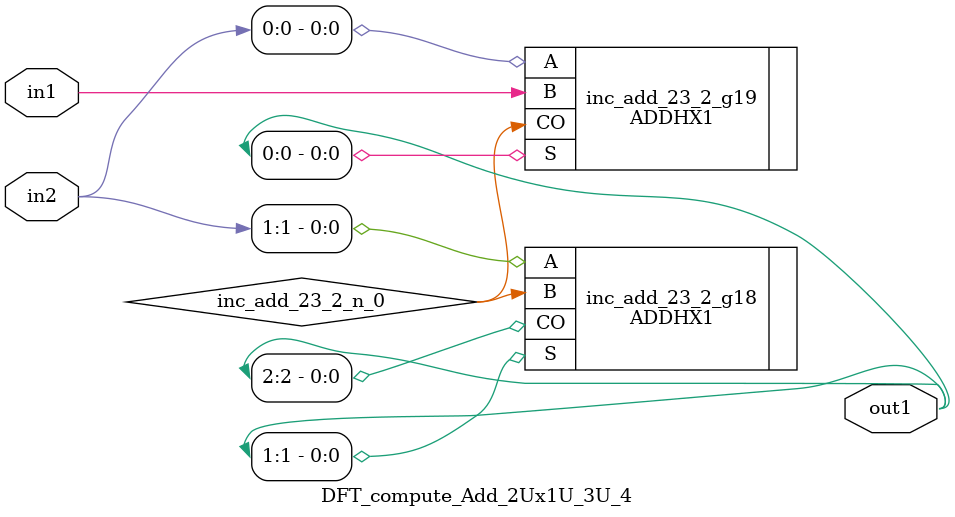
<source format=v>
`timescale 1ps / 1ps


module DFT_compute_Add_2Ux1U_3U_4(in2, in1, out1);
  input [1:0] in2;
  input in1;
  output [2:0] out1;
  wire [1:0] in2;
  wire in1;
  wire [2:0] out1;
  wire inc_add_23_2_n_0;
  ADDHX1 inc_add_23_2_g18(.A (in2[1]), .B (inc_add_23_2_n_0), .CO
       (out1[2]), .S (out1[1]));
  ADDHX1 inc_add_23_2_g19(.A (in2[0]), .B (in1), .CO
       (inc_add_23_2_n_0), .S (out1[0]));
endmodule



</source>
